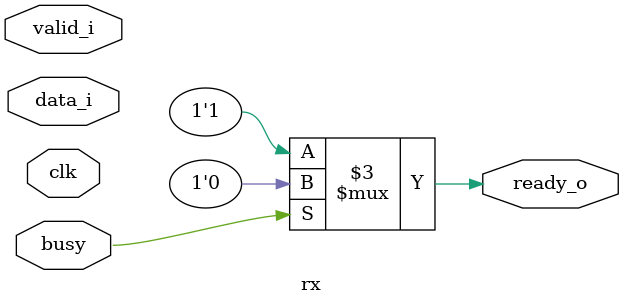
<source format=v>
module rx (
    input wire busy,
    input wire valid_i,
    input wire [3:0] data_i,
    input wire clk,
    output reg ready_o
    );

    reg [3:0] rx;
    always @ (*) begin
        if(busy)begin
            ready_o <= 1'b0;
        end
        else begin
            ready_o <= 1'b1;
        end
        if(ready_o)begin
            rx<=data_i;
        end        
    end
endmodule
</source>
